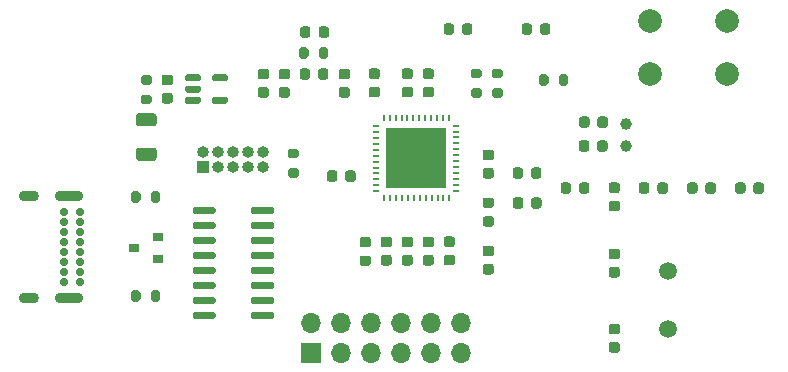
<source format=gts>
G04 #@! TF.GenerationSoftware,KiCad,Pcbnew,5.1.9*
G04 #@! TF.CreationDate,2021-04-01T15:39:56-06:00*
G04 #@! TF.ProjectId,BluetoothBlinker-PCB,426c7565-746f-46f7-9468-426c696e6b65,rev?*
G04 #@! TF.SameCoordinates,Original*
G04 #@! TF.FileFunction,Soldermask,Top*
G04 #@! TF.FilePolarity,Negative*
%FSLAX46Y46*%
G04 Gerber Fmt 4.6, Leading zero omitted, Abs format (unit mm)*
G04 Created by KiCad (PCBNEW 5.1.9) date 2021-04-01 15:39:56*
%MOMM*%
%LPD*%
G01*
G04 APERTURE LIST*
%ADD10C,2.000000*%
%ADD11C,1.000000*%
%ADD12O,1.700000X1.700000*%
%ADD13R,1.700000X1.700000*%
%ADD14O,1.700000X0.900000*%
%ADD15O,2.400000X0.900000*%
%ADD16C,0.700000*%
%ADD17R,0.900000X0.800000*%
%ADD18C,1.500000*%
%ADD19R,5.150000X5.150000*%
%ADD20R,0.240000X0.600000*%
%ADD21R,0.600000X0.240000*%
%ADD22O,1.000000X1.000000*%
%ADD23R,1.000000X1.000000*%
G04 APERTURE END LIST*
G04 #@! TO.C,R7*
G36*
G01*
X201530000Y32745000D02*
X201530000Y33295000D01*
G75*
G02*
X201730000Y33495000I200000J0D01*
G01*
X202130000Y33495000D01*
G75*
G02*
X202330000Y33295000I0J-200000D01*
G01*
X202330000Y32745000D01*
G75*
G02*
X202130000Y32545000I-200000J0D01*
G01*
X201730000Y32545000D01*
G75*
G02*
X201530000Y32745000I0J200000D01*
G01*
G37*
G36*
G01*
X199880000Y32745000D02*
X199880000Y33295000D01*
G75*
G02*
X200080000Y33495000I200000J0D01*
G01*
X200480000Y33495000D01*
G75*
G02*
X200680000Y33295000I0J-200000D01*
G01*
X200680000Y32745000D01*
G75*
G02*
X200480000Y32545000I-200000J0D01*
G01*
X200080000Y32545000D01*
G75*
G02*
X199880000Y32745000I0J200000D01*
G01*
G37*
G04 #@! TD*
D10*
G04 #@! TO.C,SW1*
X209296000Y33528000D03*
X209296000Y38028000D03*
X215796000Y33528000D03*
X215796000Y38028000D03*
G04 #@! TD*
G04 #@! TO.C,L5*
G36*
G01*
X181172500Y33271750D02*
X181172500Y33784250D01*
G75*
G02*
X181391250Y34003000I218750J0D01*
G01*
X181828750Y34003000D01*
G75*
G02*
X182047500Y33784250I0J-218750D01*
G01*
X182047500Y33271750D01*
G75*
G02*
X181828750Y33053000I-218750J0D01*
G01*
X181391250Y33053000D01*
G75*
G02*
X181172500Y33271750I0J218750D01*
G01*
G37*
G36*
G01*
X179597500Y33271750D02*
X179597500Y33784250D01*
G75*
G02*
X179816250Y34003000I218750J0D01*
G01*
X180253750Y34003000D01*
G75*
G02*
X180472500Y33784250I0J-218750D01*
G01*
X180472500Y33271750D01*
G75*
G02*
X180253750Y33053000I-218750J0D01*
G01*
X179816250Y33053000D01*
G75*
G02*
X179597500Y33271750I0J218750D01*
G01*
G37*
G04 #@! TD*
G04 #@! TO.C,C18*
G36*
G01*
X183138000Y32428000D02*
X183638000Y32428000D01*
G75*
G02*
X183863000Y32203000I0J-225000D01*
G01*
X183863000Y31753000D01*
G75*
G02*
X183638000Y31528000I-225000J0D01*
G01*
X183138000Y31528000D01*
G75*
G02*
X182913000Y31753000I0J225000D01*
G01*
X182913000Y32203000D01*
G75*
G02*
X183138000Y32428000I225000J0D01*
G01*
G37*
G36*
G01*
X183138000Y33978000D02*
X183638000Y33978000D01*
G75*
G02*
X183863000Y33753000I0J-225000D01*
G01*
X183863000Y33303000D01*
G75*
G02*
X183638000Y33078000I-225000J0D01*
G01*
X183138000Y33078000D01*
G75*
G02*
X182913000Y33303000I0J225000D01*
G01*
X182913000Y33753000D01*
G75*
G02*
X183138000Y33978000I225000J0D01*
G01*
G37*
G04 #@! TD*
G04 #@! TO.C,C8*
G36*
G01*
X176280000Y32428000D02*
X176780000Y32428000D01*
G75*
G02*
X177005000Y32203000I0J-225000D01*
G01*
X177005000Y31753000D01*
G75*
G02*
X176780000Y31528000I-225000J0D01*
G01*
X176280000Y31528000D01*
G75*
G02*
X176055000Y31753000I0J225000D01*
G01*
X176055000Y32203000D01*
G75*
G02*
X176280000Y32428000I225000J0D01*
G01*
G37*
G36*
G01*
X176280000Y33978000D02*
X176780000Y33978000D01*
G75*
G02*
X177005000Y33753000I0J-225000D01*
G01*
X177005000Y33303000D01*
G75*
G02*
X176780000Y33078000I-225000J0D01*
G01*
X176280000Y33078000D01*
G75*
G02*
X176055000Y33303000I0J225000D01*
G01*
X176055000Y33753000D01*
G75*
G02*
X176280000Y33978000I225000J0D01*
G01*
G37*
G04 #@! TD*
G04 #@! TO.C,C9*
G36*
G01*
X178058000Y32428000D02*
X178558000Y32428000D01*
G75*
G02*
X178783000Y32203000I0J-225000D01*
G01*
X178783000Y31753000D01*
G75*
G02*
X178558000Y31528000I-225000J0D01*
G01*
X178058000Y31528000D01*
G75*
G02*
X177833000Y31753000I0J225000D01*
G01*
X177833000Y32203000D01*
G75*
G02*
X178058000Y32428000I225000J0D01*
G01*
G37*
G36*
G01*
X178058000Y33978000D02*
X178558000Y33978000D01*
G75*
G02*
X178783000Y33753000I0J-225000D01*
G01*
X178783000Y33303000D01*
G75*
G02*
X178558000Y33078000I-225000J0D01*
G01*
X178058000Y33078000D01*
G75*
G02*
X177833000Y33303000I0J225000D01*
G01*
X177833000Y33753000D01*
G75*
G02*
X178058000Y33978000I225000J0D01*
G01*
G37*
G04 #@! TD*
G04 #@! TO.C,D4*
G36*
G01*
X199268500Y37594250D02*
X199268500Y37081750D01*
G75*
G02*
X199049750Y36863000I-218750J0D01*
G01*
X198612250Y36863000D01*
G75*
G02*
X198393500Y37081750I0J218750D01*
G01*
X198393500Y37594250D01*
G75*
G02*
X198612250Y37813000I218750J0D01*
G01*
X199049750Y37813000D01*
G75*
G02*
X199268500Y37594250I0J-218750D01*
G01*
G37*
G36*
G01*
X200843500Y37594250D02*
X200843500Y37081750D01*
G75*
G02*
X200624750Y36863000I-218750J0D01*
G01*
X200187250Y36863000D01*
G75*
G02*
X199968500Y37081750I0J218750D01*
G01*
X199968500Y37594250D01*
G75*
G02*
X200187250Y37813000I218750J0D01*
G01*
X200624750Y37813000D01*
G75*
G02*
X200843500Y37594250I0J-218750D01*
G01*
G37*
G04 #@! TD*
G04 #@! TO.C,D3*
G36*
G01*
X192664500Y37594250D02*
X192664500Y37081750D01*
G75*
G02*
X192445750Y36863000I-218750J0D01*
G01*
X192008250Y36863000D01*
G75*
G02*
X191789500Y37081750I0J218750D01*
G01*
X191789500Y37594250D01*
G75*
G02*
X192008250Y37813000I218750J0D01*
G01*
X192445750Y37813000D01*
G75*
G02*
X192664500Y37594250I0J-218750D01*
G01*
G37*
G36*
G01*
X194239500Y37594250D02*
X194239500Y37081750D01*
G75*
G02*
X194020750Y36863000I-218750J0D01*
G01*
X193583250Y36863000D01*
G75*
G02*
X193364500Y37081750I0J218750D01*
G01*
X193364500Y37594250D01*
G75*
G02*
X193583250Y37813000I218750J0D01*
G01*
X194020750Y37813000D01*
G75*
G02*
X194239500Y37594250I0J-218750D01*
G01*
G37*
G04 #@! TD*
G04 #@! TO.C,D2*
G36*
G01*
X180523500Y37340250D02*
X180523500Y36827750D01*
G75*
G02*
X180304750Y36609000I-218750J0D01*
G01*
X179867250Y36609000D01*
G75*
G02*
X179648500Y36827750I0J218750D01*
G01*
X179648500Y37340250D01*
G75*
G02*
X179867250Y37559000I218750J0D01*
G01*
X180304750Y37559000D01*
G75*
G02*
X180523500Y37340250I0J-218750D01*
G01*
G37*
G36*
G01*
X182098500Y37340250D02*
X182098500Y36827750D01*
G75*
G02*
X181879750Y36609000I-218750J0D01*
G01*
X181442250Y36609000D01*
G75*
G02*
X181223500Y36827750I0J218750D01*
G01*
X181223500Y37340250D01*
G75*
G02*
X181442250Y37559000I218750J0D01*
G01*
X181879750Y37559000D01*
G75*
G02*
X182098500Y37340250I0J-218750D01*
G01*
G37*
G04 #@! TD*
G04 #@! TO.C,C14*
G36*
G01*
X204782000Y27182000D02*
X204782000Y27682000D01*
G75*
G02*
X205007000Y27907000I225000J0D01*
G01*
X205457000Y27907000D01*
G75*
G02*
X205682000Y27682000I0J-225000D01*
G01*
X205682000Y27182000D01*
G75*
G02*
X205457000Y26957000I-225000J0D01*
G01*
X205007000Y26957000D01*
G75*
G02*
X204782000Y27182000I0J225000D01*
G01*
G37*
G36*
G01*
X203232000Y27182000D02*
X203232000Y27682000D01*
G75*
G02*
X203457000Y27907000I225000J0D01*
G01*
X203907000Y27907000D01*
G75*
G02*
X204132000Y27682000I0J-225000D01*
G01*
X204132000Y27182000D01*
G75*
G02*
X203907000Y26957000I-225000J0D01*
G01*
X203457000Y26957000D01*
G75*
G02*
X203232000Y27182000I0J225000D01*
G01*
G37*
G04 #@! TD*
D11*
G04 #@! TO.C,Y2*
X207264000Y29332000D03*
X207264000Y27432000D03*
G04 #@! TD*
G04 #@! TO.C,C15*
G36*
G01*
X204808000Y29214000D02*
X204808000Y29714000D01*
G75*
G02*
X205033000Y29939000I225000J0D01*
G01*
X205483000Y29939000D01*
G75*
G02*
X205708000Y29714000I0J-225000D01*
G01*
X205708000Y29214000D01*
G75*
G02*
X205483000Y28989000I-225000J0D01*
G01*
X205033000Y28989000D01*
G75*
G02*
X204808000Y29214000I0J225000D01*
G01*
G37*
G36*
G01*
X203258000Y29214000D02*
X203258000Y29714000D01*
G75*
G02*
X203483000Y29939000I225000J0D01*
G01*
X203933000Y29939000D01*
G75*
G02*
X204158000Y29714000I0J-225000D01*
G01*
X204158000Y29214000D01*
G75*
G02*
X203933000Y28989000I-225000J0D01*
G01*
X203483000Y28989000D01*
G75*
G02*
X203258000Y29214000I0J225000D01*
G01*
G37*
G04 #@! TD*
D12*
G04 #@! TO.C,J3*
X193294000Y12446000D03*
X193294000Y9906000D03*
X190754000Y12446000D03*
X190754000Y9906000D03*
X188214000Y12446000D03*
X188214000Y9906000D03*
X185674000Y12446000D03*
X185674000Y9906000D03*
X183134000Y12446000D03*
X183134000Y9906000D03*
X180594000Y12446000D03*
D13*
X180594000Y9906000D03*
G04 #@! TD*
G04 #@! TO.C,RV1*
G36*
G01*
X166349000Y31770000D02*
X166899000Y31770000D01*
G75*
G02*
X167099000Y31570000I0J-200000D01*
G01*
X167099000Y31170000D01*
G75*
G02*
X166899000Y30970000I-200000J0D01*
G01*
X166349000Y30970000D01*
G75*
G02*
X166149000Y31170000I0J200000D01*
G01*
X166149000Y31570000D01*
G75*
G02*
X166349000Y31770000I200000J0D01*
G01*
G37*
G36*
G01*
X166349000Y33420000D02*
X166899000Y33420000D01*
G75*
G02*
X167099000Y33220000I0J-200000D01*
G01*
X167099000Y32820000D01*
G75*
G02*
X166899000Y32620000I-200000J0D01*
G01*
X166349000Y32620000D01*
G75*
G02*
X166149000Y32820000I0J200000D01*
G01*
X166149000Y33220000D01*
G75*
G02*
X166349000Y33420000I200000J0D01*
G01*
G37*
G04 #@! TD*
D14*
G04 #@! TO.C,J1*
X156676000Y14544000D03*
X156676000Y23194000D03*
D15*
X160056000Y14544000D03*
X160056000Y23194000D03*
D16*
X159686000Y18444000D03*
X159686000Y15894000D03*
X159686000Y16744000D03*
X159686000Y17594000D03*
X159686000Y21844000D03*
X159686000Y20144000D03*
X159686000Y19294000D03*
X159686000Y20994000D03*
X161036000Y15894000D03*
X161036000Y16744000D03*
X161036000Y17594000D03*
X161036000Y18444000D03*
X161036000Y19294000D03*
X161036000Y20144000D03*
X161036000Y20994000D03*
X161036000Y21844000D03*
G04 #@! TD*
G04 #@! TO.C,R6*
G36*
G01*
X178795000Y25546000D02*
X179345000Y25546000D01*
G75*
G02*
X179545000Y25346000I0J-200000D01*
G01*
X179545000Y24946000D01*
G75*
G02*
X179345000Y24746000I-200000J0D01*
G01*
X178795000Y24746000D01*
G75*
G02*
X178595000Y24946000I0J200000D01*
G01*
X178595000Y25346000D01*
G75*
G02*
X178795000Y25546000I200000J0D01*
G01*
G37*
G36*
G01*
X178795000Y27196000D02*
X179345000Y27196000D01*
G75*
G02*
X179545000Y26996000I0J-200000D01*
G01*
X179545000Y26596000D01*
G75*
G02*
X179345000Y26396000I-200000J0D01*
G01*
X178795000Y26396000D01*
G75*
G02*
X178595000Y26596000I0J200000D01*
G01*
X178595000Y26996000D01*
G75*
G02*
X178795000Y27196000I200000J0D01*
G01*
G37*
G04 #@! TD*
D17*
G04 #@! TO.C,D1*
X165624000Y18796000D03*
X167624000Y19746000D03*
X167624000Y17846000D03*
G04 #@! TD*
G04 #@! TO.C,R5*
G36*
G01*
X196617000Y33191000D02*
X196067000Y33191000D01*
G75*
G02*
X195867000Y33391000I0J200000D01*
G01*
X195867000Y33791000D01*
G75*
G02*
X196067000Y33991000I200000J0D01*
G01*
X196617000Y33991000D01*
G75*
G02*
X196817000Y33791000I0J-200000D01*
G01*
X196817000Y33391000D01*
G75*
G02*
X196617000Y33191000I-200000J0D01*
G01*
G37*
G36*
G01*
X196617000Y31541000D02*
X196067000Y31541000D01*
G75*
G02*
X195867000Y31741000I0J200000D01*
G01*
X195867000Y32141000D01*
G75*
G02*
X196067000Y32341000I200000J0D01*
G01*
X196617000Y32341000D01*
G75*
G02*
X196817000Y32141000I0J-200000D01*
G01*
X196817000Y31741000D01*
G75*
G02*
X196617000Y31541000I-200000J0D01*
G01*
G37*
G04 #@! TD*
G04 #@! TO.C,R4*
G36*
G01*
X194839000Y33191000D02*
X194289000Y33191000D01*
G75*
G02*
X194089000Y33391000I0J200000D01*
G01*
X194089000Y33791000D01*
G75*
G02*
X194289000Y33991000I200000J0D01*
G01*
X194839000Y33991000D01*
G75*
G02*
X195039000Y33791000I0J-200000D01*
G01*
X195039000Y33391000D01*
G75*
G02*
X194839000Y33191000I-200000J0D01*
G01*
G37*
G36*
G01*
X194839000Y31541000D02*
X194289000Y31541000D01*
G75*
G02*
X194089000Y31741000I0J200000D01*
G01*
X194089000Y32141000D01*
G75*
G02*
X194289000Y32341000I200000J0D01*
G01*
X194839000Y32341000D01*
G75*
G02*
X195039000Y32141000I0J-200000D01*
G01*
X195039000Y31741000D01*
G75*
G02*
X194839000Y31541000I-200000J0D01*
G01*
G37*
G04 #@! TD*
G04 #@! TO.C,R3*
G36*
G01*
X180360000Y35581000D02*
X180360000Y35031000D01*
G75*
G02*
X180160000Y34831000I-200000J0D01*
G01*
X179760000Y34831000D01*
G75*
G02*
X179560000Y35031000I0J200000D01*
G01*
X179560000Y35581000D01*
G75*
G02*
X179760000Y35781000I200000J0D01*
G01*
X180160000Y35781000D01*
G75*
G02*
X180360000Y35581000I0J-200000D01*
G01*
G37*
G36*
G01*
X182010000Y35581000D02*
X182010000Y35031000D01*
G75*
G02*
X181810000Y34831000I-200000J0D01*
G01*
X181410000Y34831000D01*
G75*
G02*
X181210000Y35031000I0J200000D01*
G01*
X181210000Y35581000D01*
G75*
G02*
X181410000Y35781000I200000J0D01*
G01*
X181810000Y35781000D01*
G75*
G02*
X182010000Y35581000I0J-200000D01*
G01*
G37*
G04 #@! TD*
G04 #@! TO.C,R2*
G36*
G01*
X166136000Y15007000D02*
X166136000Y14457000D01*
G75*
G02*
X165936000Y14257000I-200000J0D01*
G01*
X165536000Y14257000D01*
G75*
G02*
X165336000Y14457000I0J200000D01*
G01*
X165336000Y15007000D01*
G75*
G02*
X165536000Y15207000I200000J0D01*
G01*
X165936000Y15207000D01*
G75*
G02*
X166136000Y15007000I0J-200000D01*
G01*
G37*
G36*
G01*
X167786000Y15007000D02*
X167786000Y14457000D01*
G75*
G02*
X167586000Y14257000I-200000J0D01*
G01*
X167186000Y14257000D01*
G75*
G02*
X166986000Y14457000I0J200000D01*
G01*
X166986000Y15007000D01*
G75*
G02*
X167186000Y15207000I200000J0D01*
G01*
X167586000Y15207000D01*
G75*
G02*
X167786000Y15007000I0J-200000D01*
G01*
G37*
G04 #@! TD*
G04 #@! TO.C,R1*
G36*
G01*
X166136000Y23389000D02*
X166136000Y22839000D01*
G75*
G02*
X165936000Y22639000I-200000J0D01*
G01*
X165536000Y22639000D01*
G75*
G02*
X165336000Y22839000I0J200000D01*
G01*
X165336000Y23389000D01*
G75*
G02*
X165536000Y23589000I200000J0D01*
G01*
X165936000Y23589000D01*
G75*
G02*
X166136000Y23389000I0J-200000D01*
G01*
G37*
G36*
G01*
X167786000Y23389000D02*
X167786000Y22839000D01*
G75*
G02*
X167586000Y22639000I-200000J0D01*
G01*
X167186000Y22639000D01*
G75*
G02*
X166986000Y22839000I0J200000D01*
G01*
X166986000Y23389000D01*
G75*
G02*
X167186000Y23589000I200000J0D01*
G01*
X167586000Y23589000D01*
G75*
G02*
X167786000Y23389000I0J-200000D01*
G01*
G37*
G04 #@! TD*
G04 #@! TO.C,L6*
G36*
G01*
X185422250Y18866500D02*
X184909750Y18866500D01*
G75*
G02*
X184691000Y19085250I0J218750D01*
G01*
X184691000Y19522750D01*
G75*
G02*
X184909750Y19741500I218750J0D01*
G01*
X185422250Y19741500D01*
G75*
G02*
X185641000Y19522750I0J-218750D01*
G01*
X185641000Y19085250D01*
G75*
G02*
X185422250Y18866500I-218750J0D01*
G01*
G37*
G36*
G01*
X185422250Y17291500D02*
X184909750Y17291500D01*
G75*
G02*
X184691000Y17510250I0J218750D01*
G01*
X184691000Y17947750D01*
G75*
G02*
X184909750Y18166500I218750J0D01*
G01*
X185422250Y18166500D01*
G75*
G02*
X185641000Y17947750I0J-218750D01*
G01*
X185641000Y17510250D01*
G75*
G02*
X185422250Y17291500I-218750J0D01*
G01*
G37*
G04 #@! TD*
G04 #@! TO.C,L4*
G36*
G01*
X209900000Y23619750D02*
X209900000Y24132250D01*
G75*
G02*
X210118750Y24351000I218750J0D01*
G01*
X210556250Y24351000D01*
G75*
G02*
X210775000Y24132250I0J-218750D01*
G01*
X210775000Y23619750D01*
G75*
G02*
X210556250Y23401000I-218750J0D01*
G01*
X210118750Y23401000D01*
G75*
G02*
X209900000Y23619750I0J218750D01*
G01*
G37*
G36*
G01*
X208325000Y23619750D02*
X208325000Y24132250D01*
G75*
G02*
X208543750Y24351000I218750J0D01*
G01*
X208981250Y24351000D01*
G75*
G02*
X209200000Y24132250I0J-218750D01*
G01*
X209200000Y23619750D01*
G75*
G02*
X208981250Y23401000I-218750J0D01*
G01*
X208543750Y23401000D01*
G75*
G02*
X208325000Y23619750I0J218750D01*
G01*
G37*
G04 #@! TD*
G04 #@! TO.C,L3*
G36*
G01*
X203270500Y23619750D02*
X203270500Y24132250D01*
G75*
G02*
X203489250Y24351000I218750J0D01*
G01*
X203926750Y24351000D01*
G75*
G02*
X204145500Y24132250I0J-218750D01*
G01*
X204145500Y23619750D01*
G75*
G02*
X203926750Y23401000I-218750J0D01*
G01*
X203489250Y23401000D01*
G75*
G02*
X203270500Y23619750I0J218750D01*
G01*
G37*
G36*
G01*
X201695500Y23619750D02*
X201695500Y24132250D01*
G75*
G02*
X201914250Y24351000I218750J0D01*
G01*
X202351750Y24351000D01*
G75*
G02*
X202570500Y24132250I0J-218750D01*
G01*
X202570500Y23619750D01*
G75*
G02*
X202351750Y23401000I-218750J0D01*
G01*
X201914250Y23401000D01*
G75*
G02*
X201695500Y23619750I0J218750D01*
G01*
G37*
G04 #@! TD*
G04 #@! TO.C,L2*
G36*
G01*
X199206500Y24889750D02*
X199206500Y25402250D01*
G75*
G02*
X199425250Y25621000I218750J0D01*
G01*
X199862750Y25621000D01*
G75*
G02*
X200081500Y25402250I0J-218750D01*
G01*
X200081500Y24889750D01*
G75*
G02*
X199862750Y24671000I-218750J0D01*
G01*
X199425250Y24671000D01*
G75*
G02*
X199206500Y24889750I0J218750D01*
G01*
G37*
G36*
G01*
X197631500Y24889750D02*
X197631500Y25402250D01*
G75*
G02*
X197850250Y25621000I218750J0D01*
G01*
X198287750Y25621000D01*
G75*
G02*
X198506500Y25402250I0J-218750D01*
G01*
X198506500Y24889750D01*
G75*
G02*
X198287750Y24671000I-218750J0D01*
G01*
X197850250Y24671000D01*
G75*
G02*
X197631500Y24889750I0J218750D01*
G01*
G37*
G04 #@! TD*
G04 #@! TO.C,L1*
G36*
G01*
X195323750Y21494000D02*
X195836250Y21494000D01*
G75*
G02*
X196055000Y21275250I0J-218750D01*
G01*
X196055000Y20837750D01*
G75*
G02*
X195836250Y20619000I-218750J0D01*
G01*
X195323750Y20619000D01*
G75*
G02*
X195105000Y20837750I0J218750D01*
G01*
X195105000Y21275250D01*
G75*
G02*
X195323750Y21494000I218750J0D01*
G01*
G37*
G36*
G01*
X195323750Y23069000D02*
X195836250Y23069000D01*
G75*
G02*
X196055000Y22850250I0J-218750D01*
G01*
X196055000Y22412750D01*
G75*
G02*
X195836250Y22194000I-218750J0D01*
G01*
X195323750Y22194000D01*
G75*
G02*
X195105000Y22412750I0J218750D01*
G01*
X195105000Y22850250D01*
G75*
G02*
X195323750Y23069000I218750J0D01*
G01*
G37*
G04 #@! TD*
G04 #@! TO.C,C22*
G36*
G01*
X192028000Y18230000D02*
X192528000Y18230000D01*
G75*
G02*
X192753000Y18005000I0J-225000D01*
G01*
X192753000Y17555000D01*
G75*
G02*
X192528000Y17330000I-225000J0D01*
G01*
X192028000Y17330000D01*
G75*
G02*
X191803000Y17555000I0J225000D01*
G01*
X191803000Y18005000D01*
G75*
G02*
X192028000Y18230000I225000J0D01*
G01*
G37*
G36*
G01*
X192028000Y19780000D02*
X192528000Y19780000D01*
G75*
G02*
X192753000Y19555000I0J-225000D01*
G01*
X192753000Y19105000D01*
G75*
G02*
X192528000Y18880000I-225000J0D01*
G01*
X192028000Y18880000D01*
G75*
G02*
X191803000Y19105000I0J225000D01*
G01*
X191803000Y19555000D01*
G75*
G02*
X192028000Y19780000I225000J0D01*
G01*
G37*
G04 #@! TD*
G04 #@! TO.C,C21*
G36*
G01*
X185678000Y32454000D02*
X186178000Y32454000D01*
G75*
G02*
X186403000Y32229000I0J-225000D01*
G01*
X186403000Y31779000D01*
G75*
G02*
X186178000Y31554000I-225000J0D01*
G01*
X185678000Y31554000D01*
G75*
G02*
X185453000Y31779000I0J225000D01*
G01*
X185453000Y32229000D01*
G75*
G02*
X185678000Y32454000I225000J0D01*
G01*
G37*
G36*
G01*
X185678000Y34004000D02*
X186178000Y34004000D01*
G75*
G02*
X186403000Y33779000I0J-225000D01*
G01*
X186403000Y33329000D01*
G75*
G02*
X186178000Y33104000I-225000J0D01*
G01*
X185678000Y33104000D01*
G75*
G02*
X185453000Y33329000I0J225000D01*
G01*
X185453000Y33779000D01*
G75*
G02*
X185678000Y34004000I225000J0D01*
G01*
G37*
G04 #@! TD*
G04 #@! TO.C,C20*
G36*
G01*
X190250000Y18217000D02*
X190750000Y18217000D01*
G75*
G02*
X190975000Y17992000I0J-225000D01*
G01*
X190975000Y17542000D01*
G75*
G02*
X190750000Y17317000I-225000J0D01*
G01*
X190250000Y17317000D01*
G75*
G02*
X190025000Y17542000I0J225000D01*
G01*
X190025000Y17992000D01*
G75*
G02*
X190250000Y18217000I225000J0D01*
G01*
G37*
G36*
G01*
X190250000Y19767000D02*
X190750000Y19767000D01*
G75*
G02*
X190975000Y19542000I0J-225000D01*
G01*
X190975000Y19092000D01*
G75*
G02*
X190750000Y18867000I-225000J0D01*
G01*
X190250000Y18867000D01*
G75*
G02*
X190025000Y19092000I0J225000D01*
G01*
X190025000Y19542000D01*
G75*
G02*
X190250000Y19767000I225000J0D01*
G01*
G37*
G04 #@! TD*
G04 #@! TO.C,C19*
G36*
G01*
X186694000Y18217000D02*
X187194000Y18217000D01*
G75*
G02*
X187419000Y17992000I0J-225000D01*
G01*
X187419000Y17542000D01*
G75*
G02*
X187194000Y17317000I-225000J0D01*
G01*
X186694000Y17317000D01*
G75*
G02*
X186469000Y17542000I0J225000D01*
G01*
X186469000Y17992000D01*
G75*
G02*
X186694000Y18217000I225000J0D01*
G01*
G37*
G36*
G01*
X186694000Y19767000D02*
X187194000Y19767000D01*
G75*
G02*
X187419000Y19542000I0J-225000D01*
G01*
X187419000Y19092000D01*
G75*
G02*
X187194000Y18867000I-225000J0D01*
G01*
X186694000Y18867000D01*
G75*
G02*
X186469000Y19092000I0J225000D01*
G01*
X186469000Y19542000D01*
G75*
G02*
X186694000Y19767000I225000J0D01*
G01*
G37*
G04 #@! TD*
G04 #@! TO.C,C17*
G36*
G01*
X182809000Y25142000D02*
X182809000Y24642000D01*
G75*
G02*
X182584000Y24417000I-225000J0D01*
G01*
X182134000Y24417000D01*
G75*
G02*
X181909000Y24642000I0J225000D01*
G01*
X181909000Y25142000D01*
G75*
G02*
X182134000Y25367000I225000J0D01*
G01*
X182584000Y25367000D01*
G75*
G02*
X182809000Y25142000I0J-225000D01*
G01*
G37*
G36*
G01*
X184359000Y25142000D02*
X184359000Y24642000D01*
G75*
G02*
X184134000Y24417000I-225000J0D01*
G01*
X183684000Y24417000D01*
G75*
G02*
X183459000Y24642000I0J225000D01*
G01*
X183459000Y25142000D01*
G75*
G02*
X183684000Y25367000I225000J0D01*
G01*
X184134000Y25367000D01*
G75*
G02*
X184359000Y25142000I0J-225000D01*
G01*
G37*
G04 #@! TD*
G04 #@! TO.C,C16*
G36*
G01*
X188472000Y18217000D02*
X188972000Y18217000D01*
G75*
G02*
X189197000Y17992000I0J-225000D01*
G01*
X189197000Y17542000D01*
G75*
G02*
X188972000Y17317000I-225000J0D01*
G01*
X188472000Y17317000D01*
G75*
G02*
X188247000Y17542000I0J225000D01*
G01*
X188247000Y17992000D01*
G75*
G02*
X188472000Y18217000I225000J0D01*
G01*
G37*
G36*
G01*
X188472000Y19767000D02*
X188972000Y19767000D01*
G75*
G02*
X189197000Y19542000I0J-225000D01*
G01*
X189197000Y19092000D01*
G75*
G02*
X188972000Y18867000I-225000J0D01*
G01*
X188472000Y18867000D01*
G75*
G02*
X188247000Y19092000I0J225000D01*
G01*
X188247000Y19542000D01*
G75*
G02*
X188472000Y19767000I225000J0D01*
G01*
G37*
G04 #@! TD*
G04 #@! TO.C,C13*
G36*
G01*
X206498000Y11488000D02*
X205998000Y11488000D01*
G75*
G02*
X205773000Y11713000I0J225000D01*
G01*
X205773000Y12163000D01*
G75*
G02*
X205998000Y12388000I225000J0D01*
G01*
X206498000Y12388000D01*
G75*
G02*
X206723000Y12163000I0J-225000D01*
G01*
X206723000Y11713000D01*
G75*
G02*
X206498000Y11488000I-225000J0D01*
G01*
G37*
G36*
G01*
X206498000Y9938000D02*
X205998000Y9938000D01*
G75*
G02*
X205773000Y10163000I0J225000D01*
G01*
X205773000Y10613000D01*
G75*
G02*
X205998000Y10838000I225000J0D01*
G01*
X206498000Y10838000D01*
G75*
G02*
X206723000Y10613000I0J-225000D01*
G01*
X206723000Y10163000D01*
G75*
G02*
X206498000Y9938000I-225000J0D01*
G01*
G37*
G04 #@! TD*
G04 #@! TO.C,C12*
G36*
G01*
X205998000Y17201000D02*
X206498000Y17201000D01*
G75*
G02*
X206723000Y16976000I0J-225000D01*
G01*
X206723000Y16526000D01*
G75*
G02*
X206498000Y16301000I-225000J0D01*
G01*
X205998000Y16301000D01*
G75*
G02*
X205773000Y16526000I0J225000D01*
G01*
X205773000Y16976000D01*
G75*
G02*
X205998000Y17201000I225000J0D01*
G01*
G37*
G36*
G01*
X205998000Y18751000D02*
X206498000Y18751000D01*
G75*
G02*
X206723000Y18526000I0J-225000D01*
G01*
X206723000Y18076000D01*
G75*
G02*
X206498000Y17851000I-225000J0D01*
G01*
X205998000Y17851000D01*
G75*
G02*
X205773000Y18076000I0J225000D01*
G01*
X205773000Y18526000D01*
G75*
G02*
X205998000Y18751000I225000J0D01*
G01*
G37*
G04 #@! TD*
G04 #@! TO.C,C11*
G36*
G01*
X188972000Y33104000D02*
X188472000Y33104000D01*
G75*
G02*
X188247000Y33329000I0J225000D01*
G01*
X188247000Y33779000D01*
G75*
G02*
X188472000Y34004000I225000J0D01*
G01*
X188972000Y34004000D01*
G75*
G02*
X189197000Y33779000I0J-225000D01*
G01*
X189197000Y33329000D01*
G75*
G02*
X188972000Y33104000I-225000J0D01*
G01*
G37*
G36*
G01*
X188972000Y31554000D02*
X188472000Y31554000D01*
G75*
G02*
X188247000Y31779000I0J225000D01*
G01*
X188247000Y32229000D01*
G75*
G02*
X188472000Y32454000I225000J0D01*
G01*
X188972000Y32454000D01*
G75*
G02*
X189197000Y32229000I0J-225000D01*
G01*
X189197000Y31779000D01*
G75*
G02*
X188972000Y31554000I-225000J0D01*
G01*
G37*
G04 #@! TD*
G04 #@! TO.C,C10*
G36*
G01*
X190750000Y33104000D02*
X190250000Y33104000D01*
G75*
G02*
X190025000Y33329000I0J225000D01*
G01*
X190025000Y33779000D01*
G75*
G02*
X190250000Y34004000I225000J0D01*
G01*
X190750000Y34004000D01*
G75*
G02*
X190975000Y33779000I0J-225000D01*
G01*
X190975000Y33329000D01*
G75*
G02*
X190750000Y33104000I-225000J0D01*
G01*
G37*
G36*
G01*
X190750000Y31554000D02*
X190250000Y31554000D01*
G75*
G02*
X190025000Y31779000I0J225000D01*
G01*
X190025000Y32229000D01*
G75*
G02*
X190250000Y32454000I225000J0D01*
G01*
X190750000Y32454000D01*
G75*
G02*
X190975000Y32229000I0J-225000D01*
G01*
X190975000Y31779000D01*
G75*
G02*
X190750000Y31554000I-225000J0D01*
G01*
G37*
G04 #@! TD*
G04 #@! TO.C,C7*
G36*
G01*
X168152000Y31933000D02*
X168652000Y31933000D01*
G75*
G02*
X168877000Y31708000I0J-225000D01*
G01*
X168877000Y31258000D01*
G75*
G02*
X168652000Y31033000I-225000J0D01*
G01*
X168152000Y31033000D01*
G75*
G02*
X167927000Y31258000I0J225000D01*
G01*
X167927000Y31708000D01*
G75*
G02*
X168152000Y31933000I225000J0D01*
G01*
G37*
G36*
G01*
X168152000Y33483000D02*
X168652000Y33483000D01*
G75*
G02*
X168877000Y33258000I0J-225000D01*
G01*
X168877000Y32808000D01*
G75*
G02*
X168652000Y32583000I-225000J0D01*
G01*
X168152000Y32583000D01*
G75*
G02*
X167927000Y32808000I0J225000D01*
G01*
X167927000Y33258000D01*
G75*
G02*
X168152000Y33483000I225000J0D01*
G01*
G37*
G04 #@! TD*
G04 #@! TO.C,C6*
G36*
G01*
X217366000Y24126000D02*
X217366000Y23626000D01*
G75*
G02*
X217141000Y23401000I-225000J0D01*
G01*
X216691000Y23401000D01*
G75*
G02*
X216466000Y23626000I0J225000D01*
G01*
X216466000Y24126000D01*
G75*
G02*
X216691000Y24351000I225000J0D01*
G01*
X217141000Y24351000D01*
G75*
G02*
X217366000Y24126000I0J-225000D01*
G01*
G37*
G36*
G01*
X218916000Y24126000D02*
X218916000Y23626000D01*
G75*
G02*
X218691000Y23401000I-225000J0D01*
G01*
X218241000Y23401000D01*
G75*
G02*
X218016000Y23626000I0J225000D01*
G01*
X218016000Y24126000D01*
G75*
G02*
X218241000Y24351000I225000J0D01*
G01*
X218691000Y24351000D01*
G75*
G02*
X218916000Y24126000I0J-225000D01*
G01*
G37*
G04 #@! TD*
G04 #@! TO.C,C5*
G36*
G01*
X213302000Y24126000D02*
X213302000Y23626000D01*
G75*
G02*
X213077000Y23401000I-225000J0D01*
G01*
X212627000Y23401000D01*
G75*
G02*
X212402000Y23626000I0J225000D01*
G01*
X212402000Y24126000D01*
G75*
G02*
X212627000Y24351000I225000J0D01*
G01*
X213077000Y24351000D01*
G75*
G02*
X213302000Y24126000I0J-225000D01*
G01*
G37*
G36*
G01*
X214852000Y24126000D02*
X214852000Y23626000D01*
G75*
G02*
X214627000Y23401000I-225000J0D01*
G01*
X214177000Y23401000D01*
G75*
G02*
X213952000Y23626000I0J225000D01*
G01*
X213952000Y24126000D01*
G75*
G02*
X214177000Y24351000I225000J0D01*
G01*
X214627000Y24351000D01*
G75*
G02*
X214852000Y24126000I0J-225000D01*
G01*
G37*
G04 #@! TD*
G04 #@! TO.C,C4*
G36*
G01*
X205998000Y22802000D02*
X206498000Y22802000D01*
G75*
G02*
X206723000Y22577000I0J-225000D01*
G01*
X206723000Y22127000D01*
G75*
G02*
X206498000Y21902000I-225000J0D01*
G01*
X205998000Y21902000D01*
G75*
G02*
X205773000Y22127000I0J225000D01*
G01*
X205773000Y22577000D01*
G75*
G02*
X205998000Y22802000I225000J0D01*
G01*
G37*
G36*
G01*
X205998000Y24352000D02*
X206498000Y24352000D01*
G75*
G02*
X206723000Y24127000I0J-225000D01*
G01*
X206723000Y23677000D01*
G75*
G02*
X206498000Y23452000I-225000J0D01*
G01*
X205998000Y23452000D01*
G75*
G02*
X205773000Y23677000I0J225000D01*
G01*
X205773000Y24127000D01*
G75*
G02*
X205998000Y24352000I225000J0D01*
G01*
G37*
G04 #@! TD*
G04 #@! TO.C,C3*
G36*
G01*
X198544000Y22856000D02*
X198544000Y22356000D01*
G75*
G02*
X198319000Y22131000I-225000J0D01*
G01*
X197869000Y22131000D01*
G75*
G02*
X197644000Y22356000I0J225000D01*
G01*
X197644000Y22856000D01*
G75*
G02*
X197869000Y23081000I225000J0D01*
G01*
X198319000Y23081000D01*
G75*
G02*
X198544000Y22856000I0J-225000D01*
G01*
G37*
G36*
G01*
X200094000Y22856000D02*
X200094000Y22356000D01*
G75*
G02*
X199869000Y22131000I-225000J0D01*
G01*
X199419000Y22131000D01*
G75*
G02*
X199194000Y22356000I0J225000D01*
G01*
X199194000Y22856000D01*
G75*
G02*
X199419000Y23081000I225000J0D01*
G01*
X199869000Y23081000D01*
G75*
G02*
X200094000Y22856000I0J-225000D01*
G01*
G37*
G04 #@! TD*
G04 #@! TO.C,C2*
G36*
G01*
X195830000Y26233000D02*
X195330000Y26233000D01*
G75*
G02*
X195105000Y26458000I0J225000D01*
G01*
X195105000Y26908000D01*
G75*
G02*
X195330000Y27133000I225000J0D01*
G01*
X195830000Y27133000D01*
G75*
G02*
X196055000Y26908000I0J-225000D01*
G01*
X196055000Y26458000D01*
G75*
G02*
X195830000Y26233000I-225000J0D01*
G01*
G37*
G36*
G01*
X195830000Y24683000D02*
X195330000Y24683000D01*
G75*
G02*
X195105000Y24908000I0J225000D01*
G01*
X195105000Y25358000D01*
G75*
G02*
X195330000Y25583000I225000J0D01*
G01*
X195830000Y25583000D01*
G75*
G02*
X196055000Y25358000I0J-225000D01*
G01*
X196055000Y24908000D01*
G75*
G02*
X195830000Y24683000I-225000J0D01*
G01*
G37*
G04 #@! TD*
G04 #@! TO.C,C1*
G36*
G01*
X195330000Y17455000D02*
X195830000Y17455000D01*
G75*
G02*
X196055000Y17230000I0J-225000D01*
G01*
X196055000Y16780000D01*
G75*
G02*
X195830000Y16555000I-225000J0D01*
G01*
X195330000Y16555000D01*
G75*
G02*
X195105000Y16780000I0J225000D01*
G01*
X195105000Y17230000D01*
G75*
G02*
X195330000Y17455000I225000J0D01*
G01*
G37*
G36*
G01*
X195330000Y19005000D02*
X195830000Y19005000D01*
G75*
G02*
X196055000Y18780000I0J-225000D01*
G01*
X196055000Y18330000D01*
G75*
G02*
X195830000Y18105000I-225000J0D01*
G01*
X195330000Y18105000D01*
G75*
G02*
X195105000Y18330000I0J225000D01*
G01*
X195105000Y18780000D01*
G75*
G02*
X195330000Y19005000I225000J0D01*
G01*
G37*
G04 #@! TD*
G04 #@! TO.C,U1*
G36*
G01*
X172490000Y13231000D02*
X172490000Y12931000D01*
G75*
G02*
X172340000Y12781000I-150000J0D01*
G01*
X170690000Y12781000D01*
G75*
G02*
X170540000Y12931000I0J150000D01*
G01*
X170540000Y13231000D01*
G75*
G02*
X170690000Y13381000I150000J0D01*
G01*
X172340000Y13381000D01*
G75*
G02*
X172490000Y13231000I0J-150000D01*
G01*
G37*
G36*
G01*
X172490000Y14501000D02*
X172490000Y14201000D01*
G75*
G02*
X172340000Y14051000I-150000J0D01*
G01*
X170690000Y14051000D01*
G75*
G02*
X170540000Y14201000I0J150000D01*
G01*
X170540000Y14501000D01*
G75*
G02*
X170690000Y14651000I150000J0D01*
G01*
X172340000Y14651000D01*
G75*
G02*
X172490000Y14501000I0J-150000D01*
G01*
G37*
G36*
G01*
X172490000Y15771000D02*
X172490000Y15471000D01*
G75*
G02*
X172340000Y15321000I-150000J0D01*
G01*
X170690000Y15321000D01*
G75*
G02*
X170540000Y15471000I0J150000D01*
G01*
X170540000Y15771000D01*
G75*
G02*
X170690000Y15921000I150000J0D01*
G01*
X172340000Y15921000D01*
G75*
G02*
X172490000Y15771000I0J-150000D01*
G01*
G37*
G36*
G01*
X172490000Y17041000D02*
X172490000Y16741000D01*
G75*
G02*
X172340000Y16591000I-150000J0D01*
G01*
X170690000Y16591000D01*
G75*
G02*
X170540000Y16741000I0J150000D01*
G01*
X170540000Y17041000D01*
G75*
G02*
X170690000Y17191000I150000J0D01*
G01*
X172340000Y17191000D01*
G75*
G02*
X172490000Y17041000I0J-150000D01*
G01*
G37*
G36*
G01*
X172490000Y18311000D02*
X172490000Y18011000D01*
G75*
G02*
X172340000Y17861000I-150000J0D01*
G01*
X170690000Y17861000D01*
G75*
G02*
X170540000Y18011000I0J150000D01*
G01*
X170540000Y18311000D01*
G75*
G02*
X170690000Y18461000I150000J0D01*
G01*
X172340000Y18461000D01*
G75*
G02*
X172490000Y18311000I0J-150000D01*
G01*
G37*
G36*
G01*
X172490000Y19581000D02*
X172490000Y19281000D01*
G75*
G02*
X172340000Y19131000I-150000J0D01*
G01*
X170690000Y19131000D01*
G75*
G02*
X170540000Y19281000I0J150000D01*
G01*
X170540000Y19581000D01*
G75*
G02*
X170690000Y19731000I150000J0D01*
G01*
X172340000Y19731000D01*
G75*
G02*
X172490000Y19581000I0J-150000D01*
G01*
G37*
G36*
G01*
X172490000Y20851000D02*
X172490000Y20551000D01*
G75*
G02*
X172340000Y20401000I-150000J0D01*
G01*
X170690000Y20401000D01*
G75*
G02*
X170540000Y20551000I0J150000D01*
G01*
X170540000Y20851000D01*
G75*
G02*
X170690000Y21001000I150000J0D01*
G01*
X172340000Y21001000D01*
G75*
G02*
X172490000Y20851000I0J-150000D01*
G01*
G37*
G36*
G01*
X172490000Y22121000D02*
X172490000Y21821000D01*
G75*
G02*
X172340000Y21671000I-150000J0D01*
G01*
X170690000Y21671000D01*
G75*
G02*
X170540000Y21821000I0J150000D01*
G01*
X170540000Y22121000D01*
G75*
G02*
X170690000Y22271000I150000J0D01*
G01*
X172340000Y22271000D01*
G75*
G02*
X172490000Y22121000I0J-150000D01*
G01*
G37*
G36*
G01*
X177440000Y22121000D02*
X177440000Y21821000D01*
G75*
G02*
X177290000Y21671000I-150000J0D01*
G01*
X175640000Y21671000D01*
G75*
G02*
X175490000Y21821000I0J150000D01*
G01*
X175490000Y22121000D01*
G75*
G02*
X175640000Y22271000I150000J0D01*
G01*
X177290000Y22271000D01*
G75*
G02*
X177440000Y22121000I0J-150000D01*
G01*
G37*
G36*
G01*
X177440000Y20851000D02*
X177440000Y20551000D01*
G75*
G02*
X177290000Y20401000I-150000J0D01*
G01*
X175640000Y20401000D01*
G75*
G02*
X175490000Y20551000I0J150000D01*
G01*
X175490000Y20851000D01*
G75*
G02*
X175640000Y21001000I150000J0D01*
G01*
X177290000Y21001000D01*
G75*
G02*
X177440000Y20851000I0J-150000D01*
G01*
G37*
G36*
G01*
X177440000Y19581000D02*
X177440000Y19281000D01*
G75*
G02*
X177290000Y19131000I-150000J0D01*
G01*
X175640000Y19131000D01*
G75*
G02*
X175490000Y19281000I0J150000D01*
G01*
X175490000Y19581000D01*
G75*
G02*
X175640000Y19731000I150000J0D01*
G01*
X177290000Y19731000D01*
G75*
G02*
X177440000Y19581000I0J-150000D01*
G01*
G37*
G36*
G01*
X177440000Y18311000D02*
X177440000Y18011000D01*
G75*
G02*
X177290000Y17861000I-150000J0D01*
G01*
X175640000Y17861000D01*
G75*
G02*
X175490000Y18011000I0J150000D01*
G01*
X175490000Y18311000D01*
G75*
G02*
X175640000Y18461000I150000J0D01*
G01*
X177290000Y18461000D01*
G75*
G02*
X177440000Y18311000I0J-150000D01*
G01*
G37*
G36*
G01*
X177440000Y17041000D02*
X177440000Y16741000D01*
G75*
G02*
X177290000Y16591000I-150000J0D01*
G01*
X175640000Y16591000D01*
G75*
G02*
X175490000Y16741000I0J150000D01*
G01*
X175490000Y17041000D01*
G75*
G02*
X175640000Y17191000I150000J0D01*
G01*
X177290000Y17191000D01*
G75*
G02*
X177440000Y17041000I0J-150000D01*
G01*
G37*
G36*
G01*
X177440000Y15771000D02*
X177440000Y15471000D01*
G75*
G02*
X177290000Y15321000I-150000J0D01*
G01*
X175640000Y15321000D01*
G75*
G02*
X175490000Y15471000I0J150000D01*
G01*
X175490000Y15771000D01*
G75*
G02*
X175640000Y15921000I150000J0D01*
G01*
X177290000Y15921000D01*
G75*
G02*
X177440000Y15771000I0J-150000D01*
G01*
G37*
G36*
G01*
X177440000Y14501000D02*
X177440000Y14201000D01*
G75*
G02*
X177290000Y14051000I-150000J0D01*
G01*
X175640000Y14051000D01*
G75*
G02*
X175490000Y14201000I0J150000D01*
G01*
X175490000Y14501000D01*
G75*
G02*
X175640000Y14651000I150000J0D01*
G01*
X177290000Y14651000D01*
G75*
G02*
X177440000Y14501000I0J-150000D01*
G01*
G37*
G36*
G01*
X177440000Y13231000D02*
X177440000Y12931000D01*
G75*
G02*
X177290000Y12781000I-150000J0D01*
G01*
X175640000Y12781000D01*
G75*
G02*
X175490000Y12931000I0J150000D01*
G01*
X175490000Y13231000D01*
G75*
G02*
X175640000Y13381000I150000J0D01*
G01*
X177290000Y13381000D01*
G75*
G02*
X177440000Y13231000I0J-150000D01*
G01*
G37*
G04 #@! TD*
D18*
G04 #@! TO.C,Y1*
X210820000Y11938000D03*
X210820000Y16818000D03*
G04 #@! TD*
G04 #@! TO.C,F1*
G36*
G01*
X165998997Y27294000D02*
X167249003Y27294000D01*
G75*
G02*
X167499000Y27044003I0J-249997D01*
G01*
X167499000Y26418997D01*
G75*
G02*
X167249003Y26169000I-249997J0D01*
G01*
X165998997Y26169000D01*
G75*
G02*
X165749000Y26418997I0J249997D01*
G01*
X165749000Y27044003D01*
G75*
G02*
X165998997Y27294000I249997J0D01*
G01*
G37*
G36*
G01*
X165998997Y30219000D02*
X167249003Y30219000D01*
G75*
G02*
X167499000Y29969003I0J-249997D01*
G01*
X167499000Y29343997D01*
G75*
G02*
X167249003Y29094000I-249997J0D01*
G01*
X165998997Y29094000D01*
G75*
G02*
X165749000Y29343997I0J249997D01*
G01*
X165749000Y29969003D01*
G75*
G02*
X165998997Y30219000I249997J0D01*
G01*
G37*
G04 #@! TD*
D19*
G04 #@! TO.C,U3*
X189484000Y26416000D03*
D20*
X190234000Y29816000D03*
X187734000Y29816000D03*
X191234000Y29816000D03*
X187234000Y29816000D03*
X189734000Y29816000D03*
X192234000Y29816000D03*
X186734000Y29816000D03*
X188234000Y29816000D03*
X188734000Y29816000D03*
X189234000Y29816000D03*
X191734000Y29816000D03*
X190734000Y29816000D03*
D21*
X186084000Y26116000D03*
X186084000Y28616000D03*
X186084000Y25116000D03*
X186084000Y23606000D03*
X186084000Y26616000D03*
X186084000Y24116000D03*
X186084000Y29116000D03*
X186084000Y28116000D03*
X186084000Y27616000D03*
X186084000Y27116000D03*
X186084000Y24616000D03*
X186084000Y25616000D03*
D20*
X189784000Y23016000D03*
X187284000Y23016000D03*
X190784000Y23016000D03*
X186784000Y23016000D03*
X189284000Y23016000D03*
X191784000Y23016000D03*
X192284000Y23016000D03*
X187784000Y23016000D03*
X188284000Y23016000D03*
X188784000Y23016000D03*
X191284000Y23016000D03*
X190284000Y23016000D03*
D21*
X192884000Y29166000D03*
X192884000Y28666000D03*
X192884000Y28166000D03*
X192884000Y27666000D03*
X192884000Y27166000D03*
X192884000Y26666000D03*
X192884000Y26166000D03*
X192884000Y25666000D03*
X192884000Y25166000D03*
X192884000Y24666000D03*
X192884000Y24166000D03*
X192884000Y23666000D03*
G04 #@! TD*
G04 #@! TO.C,U2*
G36*
G01*
X172179000Y33058000D02*
X172179000Y33358000D01*
G75*
G02*
X172329000Y33508000I150000J0D01*
G01*
X173354000Y33508000D01*
G75*
G02*
X173504000Y33358000I0J-150000D01*
G01*
X173504000Y33058000D01*
G75*
G02*
X173354000Y32908000I-150000J0D01*
G01*
X172329000Y32908000D01*
G75*
G02*
X172179000Y33058000I0J150000D01*
G01*
G37*
G36*
G01*
X172179000Y31158000D02*
X172179000Y31458000D01*
G75*
G02*
X172329000Y31608000I150000J0D01*
G01*
X173354000Y31608000D01*
G75*
G02*
X173504000Y31458000I0J-150000D01*
G01*
X173504000Y31158000D01*
G75*
G02*
X173354000Y31008000I-150000J0D01*
G01*
X172329000Y31008000D01*
G75*
G02*
X172179000Y31158000I0J150000D01*
G01*
G37*
G36*
G01*
X169904000Y31158000D02*
X169904000Y31458000D01*
G75*
G02*
X170054000Y31608000I150000J0D01*
G01*
X171079000Y31608000D01*
G75*
G02*
X171229000Y31458000I0J-150000D01*
G01*
X171229000Y31158000D01*
G75*
G02*
X171079000Y31008000I-150000J0D01*
G01*
X170054000Y31008000D01*
G75*
G02*
X169904000Y31158000I0J150000D01*
G01*
G37*
G36*
G01*
X169904000Y32108000D02*
X169904000Y32408000D01*
G75*
G02*
X170054000Y32558000I150000J0D01*
G01*
X171079000Y32558000D01*
G75*
G02*
X171229000Y32408000I0J-150000D01*
G01*
X171229000Y32108000D01*
G75*
G02*
X171079000Y31958000I-150000J0D01*
G01*
X170054000Y31958000D01*
G75*
G02*
X169904000Y32108000I0J150000D01*
G01*
G37*
G36*
G01*
X169904000Y33058000D02*
X169904000Y33358000D01*
G75*
G02*
X170054000Y33508000I150000J0D01*
G01*
X171079000Y33508000D01*
G75*
G02*
X171229000Y33358000I0J-150000D01*
G01*
X171229000Y33058000D01*
G75*
G02*
X171079000Y32908000I-150000J0D01*
G01*
X170054000Y32908000D01*
G75*
G02*
X169904000Y33058000I0J150000D01*
G01*
G37*
G04 #@! TD*
D22*
G04 #@! TO.C,J2*
X176530000Y26924000D03*
X176530000Y25654000D03*
X175260000Y26924000D03*
X175260000Y25654000D03*
X173990000Y26924000D03*
X173990000Y25654000D03*
X172720000Y26924000D03*
X172720000Y25654000D03*
X171450000Y26924000D03*
D23*
X171450000Y25654000D03*
G04 #@! TD*
M02*

</source>
